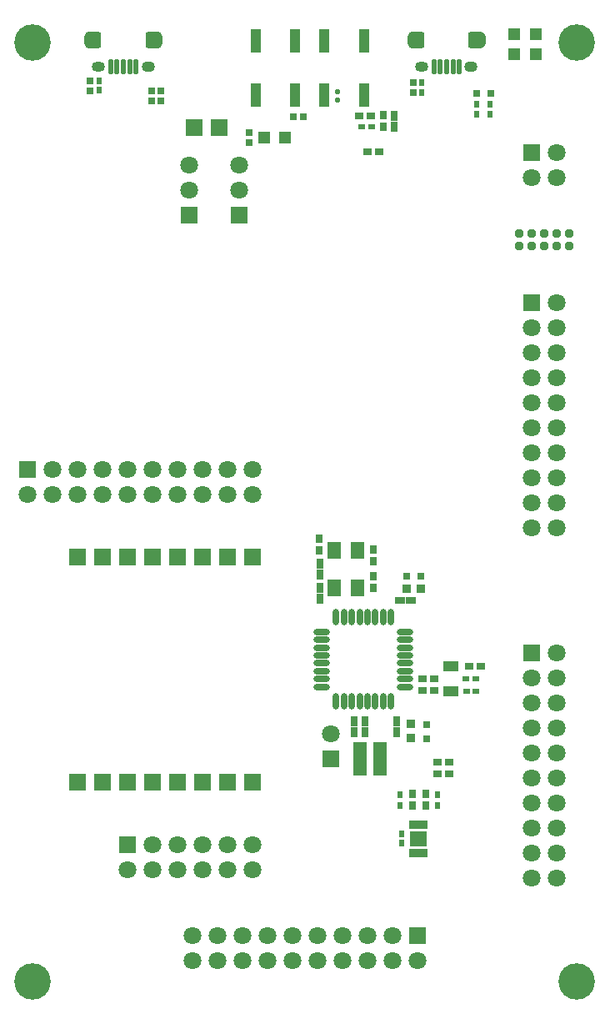
<source format=gts>
G04 Layer_Color=8388736*
%FSLAX43Y43*%
%MOMM*%
G71*
G01*
G75*
%ADD51C,0.550*%
%ADD106R,1.950X0.850*%
%ADD107R,0.750X0.900*%
%ADD108R,0.900X0.750*%
%ADD109R,0.600X0.700*%
%ADD110R,0.700X1.000*%
%ADD111R,0.750X0.600*%
%ADD112R,1.000X0.700*%
%ADD113R,0.800X0.800*%
%ADD114R,0.800X0.800*%
%ADD115R,0.862X0.862*%
%ADD116R,0.650X0.700*%
%ADD117R,0.600X0.750*%
%ADD118R,1.100X2.350*%
%ADD119R,1.300X1.300*%
%ADD120R,1.300X1.300*%
G04:AMPARAMS|DCode=121|XSize=1.599mm|YSize=1.675mm|CornerRadius=0.275mm|HoleSize=0mm|Usage=FLASHONLY|Rotation=180.000|XOffset=0mm|YOffset=0mm|HoleType=Round|Shape=RoundedRectangle|*
%AMROUNDEDRECTD121*
21,1,1.599,1.125,0,0,180.0*
21,1,1.049,1.675,0,0,180.0*
1,1,0.550,-0.525,0.563*
1,1,0.550,0.525,0.563*
1,1,0.550,0.525,-0.563*
1,1,0.550,-0.525,-0.563*
%
%ADD121ROUNDEDRECTD121*%
G04:AMPARAMS|DCode=122|XSize=0.559mm|YSize=1.499mm|CornerRadius=0.178mm|HoleSize=0mm|Usage=FLASHONLY|Rotation=180.000|XOffset=0mm|YOffset=0mm|HoleType=Round|Shape=RoundedRectangle|*
%AMROUNDEDRECTD122*
21,1,0.559,1.143,0,0,180.0*
21,1,0.203,1.499,0,0,180.0*
1,1,0.356,-0.102,0.572*
1,1,0.356,0.102,0.572*
1,1,0.356,0.102,-0.572*
1,1,0.356,-0.102,-0.572*
%
%ADD122ROUNDEDRECTD122*%
%ADD123R,0.700X0.650*%
%ADD124R,0.862X0.862*%
%ADD125R,1.400X3.500*%
%ADD126R,1.750X1.550*%
%ADD127R,0.450X0.850*%
%ADD128O,0.600X1.700*%
%ADD129O,1.700X0.600*%
%ADD130R,1.400X1.700*%
%ADD131R,1.650X1.100*%
%ADD132C,3.700*%
%ADD133R,1.800X1.800*%
%ADD134R,1.800X1.800*%
%ADD135C,1.800*%
%ADD136O,1.350X1.050*%
G04:AMPARAMS|DCode=137|XSize=1.35mm|YSize=1.05mm|CornerRadius=0.525mm|HoleSize=0mm|Usage=FLASHONLY|Rotation=180.000|XOffset=0mm|YOffset=0mm|HoleType=Round|Shape=RoundedRectangle|*
%AMROUNDEDRECTD137*
21,1,1.350,0.000,0,0,180.0*
21,1,0.300,1.050,0,0,180.0*
1,1,1.050,-0.150,0.000*
1,1,1.050,0.150,0.000*
1,1,1.050,0.150,0.000*
1,1,1.050,-0.150,0.000*
%
%ADD137ROUNDEDRECTD137*%
%ADD138O,1.000X1.650*%
%ADD139C,0.950*%
D51*
X-26725Y-7350D02*
D03*
Y-8150D02*
D03*
D106*
X-18500Y-84650D02*
D03*
X-18500Y-81750D02*
D03*
D107*
X-23010Y-56495D02*
D03*
Y-57695D02*
D03*
X-28520Y-53890D02*
D03*
Y-52690D02*
D03*
X-22060Y-10900D02*
D03*
Y-9700D02*
D03*
X-17750Y-78600D02*
D03*
Y-79800D02*
D03*
X-19050Y-78600D02*
D03*
Y-79800D02*
D03*
X-23010Y-53820D02*
D03*
Y-55020D02*
D03*
D108*
X-16850Y-66950D02*
D03*
X-18050D02*
D03*
X-16850Y-68100D02*
D03*
X-18050D02*
D03*
X-16509Y-75400D02*
D03*
X-15309D02*
D03*
X-16509Y-76575D02*
D03*
X-15309D02*
D03*
X-12150Y-65640D02*
D03*
X-13350D02*
D03*
X-22450Y-13375D02*
D03*
X-23650D02*
D03*
X-23280Y-9800D02*
D03*
X-24480D02*
D03*
D109*
X-16490Y-78730D02*
D03*
X-16490Y-79780D02*
D03*
X-20310Y-78730D02*
D03*
X-20310Y-79780D02*
D03*
D110*
X-28490Y-55236D02*
D03*
Y-56336D02*
D03*
X-28490Y-58831D02*
D03*
Y-57731D02*
D03*
X-23894Y-72325D02*
D03*
Y-71225D02*
D03*
X-20695Y-71270D02*
D03*
Y-72370D02*
D03*
X-24994Y-72325D02*
D03*
Y-71225D02*
D03*
X-20935Y-10850D02*
D03*
Y-9750D02*
D03*
D111*
X-12629Y-68235D02*
D03*
X-13579D02*
D03*
X-23245Y-10845D02*
D03*
X-24195D02*
D03*
X-12659Y-66915D02*
D03*
X-13609D02*
D03*
D112*
X-19240Y-58950D02*
D03*
X-20340D02*
D03*
D113*
X-17600Y-73000D02*
D03*
Y-71600D02*
D03*
D114*
X-18230Y-56490D02*
D03*
X-19630D02*
D03*
X-12525Y-7500D02*
D03*
X-11125D02*
D03*
D115*
X-18226Y-57745D02*
D03*
X-19622D02*
D03*
D116*
X-51830Y-6203D02*
D03*
Y-7203D02*
D03*
X-35675Y-12450D02*
D03*
Y-11450D02*
D03*
X-19005Y-6400D02*
D03*
Y-7400D02*
D03*
X-45525Y-7225D02*
D03*
Y-8225D02*
D03*
X-44650D02*
D03*
Y-7225D02*
D03*
D117*
X-50930Y-7178D02*
D03*
Y-6228D02*
D03*
X-18105Y-7375D02*
D03*
Y-6425D02*
D03*
X-12525Y-8625D02*
D03*
Y-9575D02*
D03*
X-11225Y-8625D02*
D03*
Y-9575D02*
D03*
X-20150Y-82675D02*
D03*
Y-83625D02*
D03*
D118*
X-31000Y-7650D02*
D03*
Y-2150D02*
D03*
X-35000D02*
D03*
Y-7650D02*
D03*
X-24000D02*
D03*
Y-2150D02*
D03*
X-28000D02*
D03*
Y-7650D02*
D03*
D119*
X-6500Y-3550D02*
D03*
Y-1450D02*
D03*
X-8750Y-3550D02*
D03*
Y-1450D02*
D03*
D120*
X-32050Y-12000D02*
D03*
X-34150D02*
D03*
D121*
X-12590Y-2050D02*
D03*
X-18610D02*
D03*
X-45438Y-2058D02*
D03*
X-51458D02*
D03*
D122*
X-14300Y-4742D02*
D03*
X-14950Y-4742D02*
D03*
X-16900Y-4742D02*
D03*
X-16250D02*
D03*
X-15600D02*
D03*
X-47148Y-4750D02*
D03*
X-47798Y-4750D02*
D03*
X-49748Y-4750D02*
D03*
X-49098D02*
D03*
X-48448D02*
D03*
D123*
X-30150Y-9850D02*
D03*
X-31150D02*
D03*
D124*
X-19247Y-71497D02*
D03*
Y-72894D02*
D03*
D125*
X-22330Y-75080D02*
D03*
X-24430D02*
D03*
D126*
X-18500Y-83200D02*
D03*
D127*
X-19250Y-84650D02*
D03*
X-18750D02*
D03*
X-18250D02*
D03*
X-17750D02*
D03*
Y-81750D02*
D03*
X-18250D02*
D03*
X-18750D02*
D03*
X-19250D02*
D03*
D128*
X-21240Y-69200D02*
D03*
X-22040D02*
D03*
X-22840D02*
D03*
X-23640D02*
D03*
X-24440D02*
D03*
X-25240D02*
D03*
X-26040D02*
D03*
X-26840D02*
D03*
X-26840Y-60700D02*
D03*
X-26040D02*
D03*
X-25240D02*
D03*
X-24440D02*
D03*
X-23640D02*
D03*
X-22840D02*
D03*
X-22040D02*
D03*
X-21240D02*
D03*
D129*
X-28290Y-67750D02*
D03*
Y-66950D02*
D03*
Y-66150D02*
D03*
Y-65350D02*
D03*
Y-64550D02*
D03*
Y-63750D02*
D03*
Y-62950D02*
D03*
Y-62150D02*
D03*
X-19790Y-62150D02*
D03*
Y-62950D02*
D03*
Y-63750D02*
D03*
Y-64550D02*
D03*
Y-65350D02*
D03*
Y-66150D02*
D03*
Y-66950D02*
D03*
Y-67750D02*
D03*
D130*
X-26990Y-53916D02*
D03*
Y-57716D02*
D03*
X-24690D02*
D03*
Y-53916D02*
D03*
D131*
X-15164Y-65635D02*
D03*
Y-68235D02*
D03*
D132*
X-57650Y-97650D02*
D03*
X-2350D02*
D03*
X-57650Y-2350D02*
D03*
X-2350D02*
D03*
D133*
X-42900Y-77380D02*
D03*
X-40360D02*
D03*
X-35280D02*
D03*
X-37820D02*
D03*
X-47980D02*
D03*
X-45440D02*
D03*
X-50520D02*
D03*
X-53060D02*
D03*
X-18570Y-93030D02*
D03*
X-58140Y-45630D02*
D03*
X-48005Y-83735D02*
D03*
X-42925Y-54525D02*
D03*
X-40385D02*
D03*
X-35305D02*
D03*
X-37845D02*
D03*
X-48005D02*
D03*
X-45465D02*
D03*
X-50545D02*
D03*
X-53085D02*
D03*
X-38730Y-10950D02*
D03*
X-41270D02*
D03*
D134*
X-36696Y-19840D02*
D03*
X-6970Y-28730D02*
D03*
X-27339Y-75075D02*
D03*
X-41776Y-19840D02*
D03*
X-6970Y-13490D02*
D03*
Y-64290D02*
D03*
D135*
X-36696Y-17300D02*
D03*
Y-14760D02*
D03*
X-28730Y-95570D02*
D03*
X-18570D02*
D03*
X-21110D02*
D03*
Y-93030D02*
D03*
X-23650Y-95570D02*
D03*
Y-93030D02*
D03*
X-26190Y-95570D02*
D03*
Y-93030D02*
D03*
X-28730D02*
D03*
X-41430D02*
D03*
X-38890D02*
D03*
Y-95570D02*
D03*
X-36350Y-93030D02*
D03*
Y-95570D02*
D03*
X-33810Y-93030D02*
D03*
Y-95570D02*
D03*
X-31270D02*
D03*
Y-93030D02*
D03*
X-41430Y-95570D02*
D03*
X-4430Y-38890D02*
D03*
Y-28730D02*
D03*
Y-31270D02*
D03*
X-6970D02*
D03*
X-4430Y-33810D02*
D03*
X-6970D02*
D03*
X-4430Y-36350D02*
D03*
X-6970D02*
D03*
Y-38890D02*
D03*
Y-51590D02*
D03*
Y-49050D02*
D03*
X-4430D02*
D03*
X-6970Y-46510D02*
D03*
X-4430D02*
D03*
X-6970Y-43970D02*
D03*
X-4430D02*
D03*
Y-41430D02*
D03*
X-6970D02*
D03*
X-4430Y-51590D02*
D03*
X-47980Y-45630D02*
D03*
Y-48170D02*
D03*
X-50520Y-45630D02*
D03*
Y-48170D02*
D03*
X-53060Y-45630D02*
D03*
Y-48170D02*
D03*
X-55600Y-45630D02*
D03*
Y-48170D02*
D03*
X-58140D02*
D03*
X-45440D02*
D03*
X-42900D02*
D03*
Y-45630D02*
D03*
X-40360Y-48170D02*
D03*
Y-45630D02*
D03*
X-37820Y-48170D02*
D03*
Y-45630D02*
D03*
X-35280Y-48170D02*
D03*
Y-45630D02*
D03*
X-45440D02*
D03*
X-35305Y-83735D02*
D03*
Y-86275D02*
D03*
X-48005D02*
D03*
X-45465D02*
D03*
Y-83735D02*
D03*
X-42925Y-86275D02*
D03*
Y-83735D02*
D03*
X-40385Y-86275D02*
D03*
Y-83735D02*
D03*
X-37845Y-86275D02*
D03*
X-37845Y-83735D02*
D03*
X-27339Y-72535D02*
D03*
X-41776Y-17300D02*
D03*
Y-14760D02*
D03*
X-4430Y-13490D02*
D03*
Y-16030D02*
D03*
X-6970D02*
D03*
X-4430Y-74450D02*
D03*
Y-64290D02*
D03*
Y-66830D02*
D03*
X-6970D02*
D03*
X-4430Y-69370D02*
D03*
X-6970D02*
D03*
X-4430Y-71910D02*
D03*
X-6970D02*
D03*
Y-74450D02*
D03*
Y-87150D02*
D03*
Y-84610D02*
D03*
X-4430D02*
D03*
X-6970Y-82070D02*
D03*
X-4430D02*
D03*
X-6970Y-79530D02*
D03*
X-4430D02*
D03*
Y-76990D02*
D03*
X-6970D02*
D03*
X-4430Y-87150D02*
D03*
D136*
X-18102Y-4742D02*
D03*
X-50950Y-4750D02*
D03*
D137*
X-13098Y-4742D02*
D03*
X-45946Y-4750D02*
D03*
D138*
X-12095Y-2050D02*
D03*
X-19105D02*
D03*
X-44943Y-2058D02*
D03*
X-51953D02*
D03*
D139*
X-3160Y-21740D02*
D03*
X-4430D02*
D03*
X-5700D02*
D03*
X-6970D02*
D03*
Y-23010D02*
D03*
X-5700D02*
D03*
X-4430D02*
D03*
X-3160D02*
D03*
X-8240D02*
D03*
Y-21740D02*
D03*
M02*

</source>
